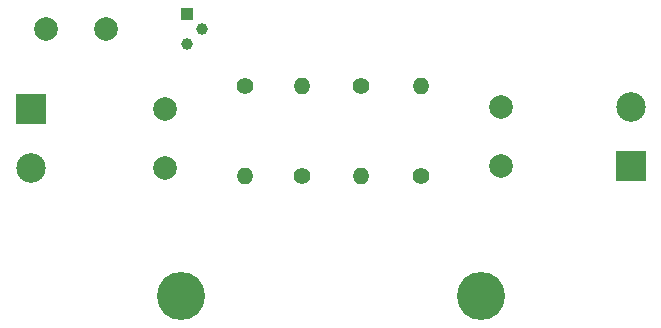
<source format=gbr>
G04 #@! TF.FileFunction,Copper,L1,Top,Signal*
%FSLAX46Y46*%
G04 Gerber Fmt 4.6, Leading zero omitted, Abs format (unit mm)*
G04 Created by KiCad (PCBNEW 4.0.6) date 05/20/17 00:50:32*
%MOMM*%
%LPD*%
G01*
G04 APERTURE LIST*
%ADD10C,0.100000*%
%ADD11C,4.064000*%
%ADD12R,2.500000X2.500000*%
%ADD13C,2.500000*%
%ADD14C,1.000000*%
%ADD15R,1.000000X1.000000*%
%ADD16C,1.400000*%
%ADD17O,1.400000X1.400000*%
%ADD18C,2.000000*%
G04 APERTURE END LIST*
D10*
D11*
X154940000Y-104140000D03*
D12*
X116825000Y-88250000D03*
D13*
X116825000Y-93250000D03*
D12*
X167650000Y-93100000D03*
D13*
X167650000Y-88100000D03*
D14*
X131370000Y-81505000D03*
X130100000Y-82775000D03*
D15*
X130100000Y-80235000D03*
D16*
X144780000Y-86360000D03*
D17*
X144780000Y-93980000D03*
D16*
X149860000Y-93980000D03*
D17*
X149860000Y-86360000D03*
D16*
X134950000Y-86360000D03*
D17*
X134950000Y-93980000D03*
D16*
X139825000Y-93980000D03*
D17*
X139825000Y-86360000D03*
D11*
X129540000Y-104140000D03*
D18*
X118175000Y-81525000D03*
X123175000Y-81525000D03*
X128225000Y-88325000D03*
X128225000Y-93325000D03*
X156675000Y-88100000D03*
X156675000Y-93100000D03*
M02*

</source>
